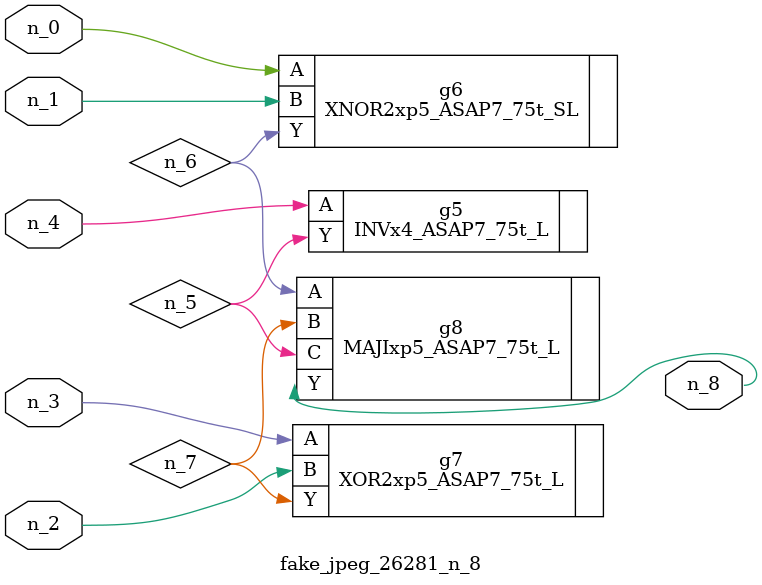
<source format=v>
module fake_jpeg_26281_n_8 (n_3, n_2, n_1, n_0, n_4, n_8);

input n_3;
input n_2;
input n_1;
input n_0;
input n_4;

output n_8;

wire n_6;
wire n_5;
wire n_7;

INVx4_ASAP7_75t_L g5 ( 
.A(n_4),
.Y(n_5)
);

XNOR2xp5_ASAP7_75t_SL g6 ( 
.A(n_0),
.B(n_1),
.Y(n_6)
);

XOR2xp5_ASAP7_75t_L g7 ( 
.A(n_3),
.B(n_2),
.Y(n_7)
);

MAJIxp5_ASAP7_75t_L g8 ( 
.A(n_6),
.B(n_7),
.C(n_5),
.Y(n_8)
);


endmodule
</source>
